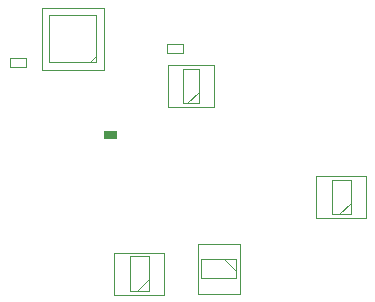
<source format=gbr>
%TF.GenerationSoftware,KiCad,Pcbnew,8.0.2-1*%
%TF.CreationDate,2024-12-04T10:13:36+09:00*%
%TF.ProjectId,gas_nrf52832,6761735f-6e72-4663-9532-3833322e6b69,rev?*%
%TF.SameCoordinates,Original*%
%TF.FileFunction,OtherDrawing,Comment*%
%FSLAX46Y46*%
G04 Gerber Fmt 4.6, Leading zero omitted, Abs format (unit mm)*
G04 Created by KiCad (PCBNEW 8.0.2-1) date 2024-12-04 10:13:36*
%MOMM*%
%LPD*%
G01*
G04 APERTURE LIST*
%ADD10C,0.010000*%
%ADD11C,0.100000*%
%ADD12C,0.050000*%
G04 APERTURE END LIST*
D10*
X109900100Y-89290434D02*
X108899177Y-89290434D01*
X108899177Y-88690000D01*
X109900100Y-88690000D01*
X109900100Y-89290434D01*
G36*
X109900100Y-89290434D02*
G01*
X108899177Y-89290434D01*
X108899177Y-88690000D01*
X109900100Y-88690000D01*
X109900100Y-89290434D01*
G37*
D11*
X114210000Y-81335000D02*
X115610000Y-81335000D01*
X114210000Y-82085000D02*
X114210000Y-81335000D01*
X115610000Y-81335000D02*
X115610000Y-82085000D01*
X115610000Y-82085000D02*
X114210000Y-82085000D01*
D12*
X103625000Y-78295000D02*
X108875000Y-78295000D01*
X103625000Y-83545000D02*
X103625000Y-78295000D01*
D11*
X104250000Y-78920000D02*
X108250000Y-78920000D01*
X104250000Y-82920000D02*
X104250000Y-78920000D01*
X108250000Y-78920000D02*
X108250000Y-82920000D01*
X108250000Y-82420000D02*
X107750000Y-82920000D01*
X108250000Y-82920000D02*
X104250000Y-82920000D01*
D12*
X108875000Y-78295000D02*
X108875000Y-83545000D01*
X108875000Y-83545000D02*
X103625000Y-83545000D01*
X126870000Y-92535000D02*
X131070000Y-92535000D01*
X126870000Y-96085000D02*
X126870000Y-92535000D01*
D11*
X128170000Y-92860000D02*
X129770000Y-92860000D01*
X128170000Y-95760000D02*
X128170000Y-92860000D01*
X129770000Y-92860000D02*
X129770000Y-95760000D01*
X129770000Y-94810000D02*
X128820000Y-95760000D01*
X129770000Y-95760000D02*
X128170000Y-95760000D01*
D12*
X131070000Y-92535000D02*
X131070000Y-96085000D01*
X131070000Y-96085000D02*
X126870000Y-96085000D01*
D11*
X100900000Y-82570000D02*
X102300000Y-82570000D01*
X100900000Y-83320000D02*
X100900000Y-82570000D01*
X102300000Y-82570000D02*
X102300000Y-83320000D01*
X102300000Y-83320000D02*
X100900000Y-83320000D01*
D12*
X114325000Y-83130000D02*
X118175000Y-83130000D01*
X114325000Y-86670000D02*
X114325000Y-83130000D01*
D11*
X115600000Y-83440000D02*
X116900000Y-83440000D01*
X115600000Y-86360000D02*
X115600000Y-83440000D01*
X116900000Y-83440000D02*
X116900000Y-86360000D01*
X116900000Y-85410000D02*
X115950000Y-86360000D01*
X116900000Y-86360000D02*
X115600000Y-86360000D01*
D12*
X118175000Y-83130000D02*
X118175000Y-86670000D01*
X118175000Y-86670000D02*
X114325000Y-86670000D01*
X109770000Y-99025000D02*
X113970000Y-99025000D01*
X109770000Y-102575000D02*
X109770000Y-99025000D01*
D11*
X111070000Y-99350000D02*
X112670000Y-99350000D01*
X111070000Y-102250000D02*
X111070000Y-99350000D01*
X112670000Y-99350000D02*
X112670000Y-102250000D01*
X112670000Y-101300000D02*
X111720000Y-102250000D01*
X112670000Y-102250000D02*
X111070000Y-102250000D01*
D12*
X113970000Y-99025000D02*
X113970000Y-102575000D01*
X113970000Y-102575000D02*
X109770000Y-102575000D01*
X116825000Y-98300000D02*
X120375000Y-98300000D01*
X116825000Y-102500000D02*
X116825000Y-98300000D01*
D11*
X117150000Y-99600000D02*
X120050000Y-99600000D01*
X117150000Y-101200000D02*
X117150000Y-99600000D01*
X119100000Y-99600000D02*
X120050000Y-100550000D01*
X120050000Y-99600000D02*
X120050000Y-101200000D01*
X120050000Y-101200000D02*
X117150000Y-101200000D01*
D12*
X120375000Y-98300000D02*
X120375000Y-102500000D01*
X120375000Y-102500000D02*
X116825000Y-102500000D01*
M02*

</source>
